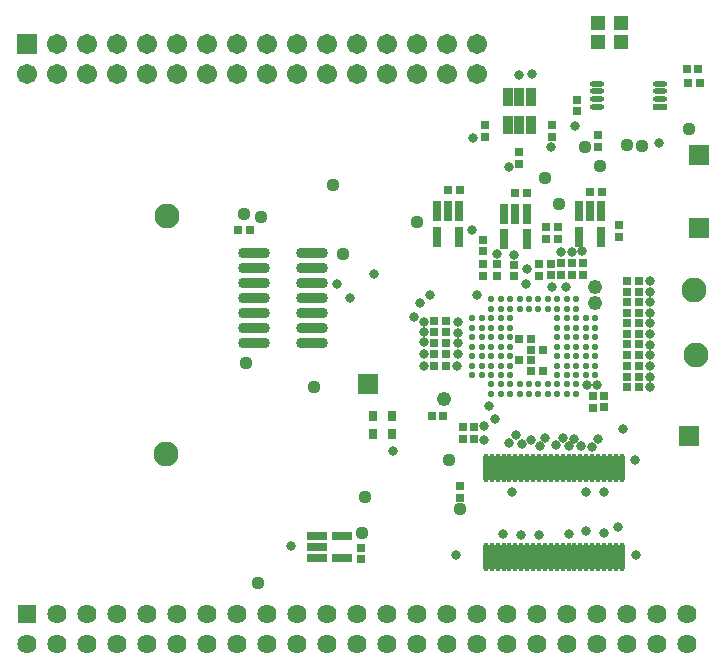
<source format=gts>
G04 Layer_Color=8388736*
%FSLAX25Y25*%
%MOIN*%
G70*
G01*
G75*
%ADD11R,0.02600X0.03300*%
%ADD64C,0.02200*%
%ADD90O,0.10642X0.03556*%
%ADD91R,0.02769X0.03162*%
%ADD92R,0.03162X0.02769*%
%ADD93R,0.04737X0.04737*%
%ADD94R,0.03556X0.05918*%
%ADD95R,0.02965X0.06509*%
%ADD96R,0.02965X0.06509*%
%ADD97O,0.01784X0.09509*%
%ADD98R,0.06509X0.02965*%
%ADD99R,0.06509X0.02965*%
%ADD100O,0.04737X0.01981*%
%ADD101R,0.04737X0.01981*%
%ADD102C,0.06400*%
%ADD103R,0.06400X0.06400*%
%ADD104C,0.04800*%
%ADD105C,0.06706*%
%ADD106R,0.06706X0.06706*%
%ADD107C,0.08300*%
%ADD108C,0.03200*%
%ADD109C,0.04400*%
D11*
X127250Y87450D02*
D03*
X133550D02*
D03*
X127250Y81350D02*
D03*
X133550D02*
D03*
D64*
X194961Y94803D02*
D03*
X166614Y126299D02*
D03*
X169764D02*
D03*
X172913D02*
D03*
X176063D02*
D03*
X179213D02*
D03*
X182362D02*
D03*
X185512D02*
D03*
X188661D02*
D03*
X191811D02*
D03*
X194961D02*
D03*
X166614Y123150D02*
D03*
X169764D02*
D03*
X172913D02*
D03*
X176063D02*
D03*
X179213D02*
D03*
X182362D02*
D03*
X185512D02*
D03*
X188661D02*
D03*
X191811D02*
D03*
X194961D02*
D03*
X160315Y120000D02*
D03*
X163465D02*
D03*
X166614D02*
D03*
X169764D02*
D03*
X172913D02*
D03*
X188661D02*
D03*
X191811D02*
D03*
X194961D02*
D03*
X198110D02*
D03*
X201260D02*
D03*
X160315Y116850D02*
D03*
X163465D02*
D03*
X166614D02*
D03*
X169764D02*
D03*
X172913D02*
D03*
X188661D02*
D03*
X191811D02*
D03*
X194961D02*
D03*
X198110D02*
D03*
X201260D02*
D03*
X160315Y113701D02*
D03*
X163465D02*
D03*
X166614D02*
D03*
X169764D02*
D03*
X172913D02*
D03*
X188661D02*
D03*
X191811D02*
D03*
X194961D02*
D03*
X198110D02*
D03*
X201260D02*
D03*
X160315Y110551D02*
D03*
X163465D02*
D03*
X166614D02*
D03*
X169764D02*
D03*
X172913D02*
D03*
X188661D02*
D03*
X191811D02*
D03*
X194961D02*
D03*
X198110D02*
D03*
X201260D02*
D03*
X160315Y107402D02*
D03*
X163465D02*
D03*
X166614D02*
D03*
X169764D02*
D03*
X172913D02*
D03*
X188661D02*
D03*
X191811D02*
D03*
X194961D02*
D03*
X198110D02*
D03*
X201260D02*
D03*
X160315Y104252D02*
D03*
X163465D02*
D03*
X166614D02*
D03*
X169764D02*
D03*
X172913D02*
D03*
X188661D02*
D03*
X191811D02*
D03*
X194961D02*
D03*
X198110D02*
D03*
X201260D02*
D03*
X160315Y101102D02*
D03*
X163465D02*
D03*
X166614D02*
D03*
X169764D02*
D03*
X172913D02*
D03*
X188661D02*
D03*
X191811D02*
D03*
X194961D02*
D03*
X198110D02*
D03*
X201260D02*
D03*
X166614Y97953D02*
D03*
X169764D02*
D03*
X172913D02*
D03*
X176063D02*
D03*
X179213D02*
D03*
X182362D02*
D03*
X185512D02*
D03*
X188661D02*
D03*
X191811D02*
D03*
X194961D02*
D03*
X166614Y94803D02*
D03*
X169764D02*
D03*
X172913D02*
D03*
X176063D02*
D03*
X179213D02*
D03*
X182362D02*
D03*
X185512D02*
D03*
X188661D02*
D03*
X191811D02*
D03*
D90*
X106846Y111900D02*
D03*
Y116900D02*
D03*
Y121900D02*
D03*
Y126900D02*
D03*
Y131900D02*
D03*
Y136900D02*
D03*
Y141900D02*
D03*
X87554Y111900D02*
D03*
Y116900D02*
D03*
Y121900D02*
D03*
Y126900D02*
D03*
Y131900D02*
D03*
Y136900D02*
D03*
Y141900D02*
D03*
D91*
X189000Y146531D02*
D03*
Y150469D02*
D03*
X209322Y147071D02*
D03*
Y151008D02*
D03*
X185000Y146531D02*
D03*
Y150469D02*
D03*
X163976Y142323D02*
D03*
Y146260D02*
D03*
X190030Y134472D02*
D03*
Y138409D02*
D03*
X193574Y134472D02*
D03*
Y138409D02*
D03*
X182638Y134213D02*
D03*
Y138150D02*
D03*
X186417Y134331D02*
D03*
Y138268D02*
D03*
X174252Y133976D02*
D03*
Y137913D02*
D03*
X168543Y134095D02*
D03*
Y138031D02*
D03*
X163898Y134016D02*
D03*
Y137953D02*
D03*
X160897Y79748D02*
D03*
Y83685D02*
D03*
X157353Y79748D02*
D03*
Y83685D02*
D03*
X156172Y60063D02*
D03*
Y64000D02*
D03*
X200400Y90232D02*
D03*
Y94169D02*
D03*
X204095Y90332D02*
D03*
Y94269D02*
D03*
X197117Y134472D02*
D03*
Y138409D02*
D03*
X195158Y188965D02*
D03*
Y192902D02*
D03*
X164606Y180512D02*
D03*
Y184449D02*
D03*
X175984Y171496D02*
D03*
Y175433D02*
D03*
X187008Y180394D02*
D03*
Y184331D02*
D03*
X202244Y177154D02*
D03*
Y181091D02*
D03*
X123367Y39654D02*
D03*
Y43591D02*
D03*
D92*
X199479Y162031D02*
D03*
X203416D02*
D03*
X174676Y161638D02*
D03*
X178613D02*
D03*
X152235Y162819D02*
D03*
X156172D02*
D03*
X211850Y118307D02*
D03*
X215787D02*
D03*
X211850Y114764D02*
D03*
X215787D02*
D03*
X211850Y128937D02*
D03*
X215787D02*
D03*
X211850Y132480D02*
D03*
X215787D02*
D03*
X211850Y121850D02*
D03*
X215787D02*
D03*
X211850Y125394D02*
D03*
X215787D02*
D03*
X211850Y104134D02*
D03*
X215787D02*
D03*
X211850Y100591D02*
D03*
X215787D02*
D03*
X211850Y107677D02*
D03*
X215787D02*
D03*
X211932Y111343D02*
D03*
X215869D02*
D03*
X147677Y104213D02*
D03*
X151614D02*
D03*
X147559Y107992D02*
D03*
X151496D02*
D03*
X147598Y115551D02*
D03*
X151535D02*
D03*
X147598Y111890D02*
D03*
X151535D02*
D03*
X179803Y102598D02*
D03*
X183740D02*
D03*
X179803Y109606D02*
D03*
X183740D02*
D03*
X175866Y105984D02*
D03*
X179803D02*
D03*
X175906Y113228D02*
D03*
X179842D02*
D03*
X147559Y119055D02*
D03*
X151496D02*
D03*
X211850Y97047D02*
D03*
X215787D02*
D03*
X231772Y203138D02*
D03*
X235709D02*
D03*
X232166Y198414D02*
D03*
X236103D02*
D03*
X146732Y87283D02*
D03*
X150669D02*
D03*
X82156Y149299D02*
D03*
X86093D02*
D03*
D93*
X209922Y212154D02*
D03*
Y218454D02*
D03*
X202059Y212091D02*
D03*
Y218390D02*
D03*
D94*
X172244Y193858D02*
D03*
X175984Y184409D02*
D03*
X172244D02*
D03*
X179724D02*
D03*
X175984Y193858D02*
D03*
X179724D02*
D03*
D95*
X195739Y147169D02*
D03*
X199479Y155634D02*
D03*
X195739D02*
D03*
X203219Y147169D02*
D03*
X170905Y146437D02*
D03*
X174646Y154902D02*
D03*
X170905D02*
D03*
X178386Y146437D02*
D03*
X148495Y147169D02*
D03*
X152235Y155634D02*
D03*
X148495D02*
D03*
X155975Y147169D02*
D03*
D96*
X203219Y155634D02*
D03*
X178386Y154902D02*
D03*
X155975Y155634D02*
D03*
D97*
X170739Y40559D02*
D03*
X168771D02*
D03*
X174676D02*
D03*
X172707D02*
D03*
X166802D02*
D03*
X164833D02*
D03*
X180581D02*
D03*
X178613D02*
D03*
X176645D02*
D03*
X184519D02*
D03*
X182550D02*
D03*
X164833Y70224D02*
D03*
X168771D02*
D03*
X166802D02*
D03*
X172707D02*
D03*
X170739D02*
D03*
X176645D02*
D03*
X174676D02*
D03*
X178613D02*
D03*
X184519D02*
D03*
X180581D02*
D03*
X182550D02*
D03*
X196330Y40559D02*
D03*
X194361D02*
D03*
X200267D02*
D03*
X198298D02*
D03*
X188456D02*
D03*
X186487D02*
D03*
X192393D02*
D03*
X190424D02*
D03*
X204204D02*
D03*
X202235D02*
D03*
X208141D02*
D03*
X206172D02*
D03*
X210109D02*
D03*
X186487Y70224D02*
D03*
X190424D02*
D03*
X188456D02*
D03*
X194361D02*
D03*
X192393D02*
D03*
X198298D02*
D03*
X196330D02*
D03*
X204204D02*
D03*
X202235D02*
D03*
X200267D02*
D03*
X210109D02*
D03*
X206172D02*
D03*
X208141D02*
D03*
D98*
X108426Y43804D02*
D03*
Y40064D02*
D03*
X116891D02*
D03*
Y47544D02*
D03*
D99*
X108426Y47544D02*
D03*
D100*
X201740Y198277D02*
D03*
Y195718D02*
D03*
Y193159D02*
D03*
Y190600D02*
D03*
X223000Y198277D02*
D03*
Y195718D02*
D03*
Y193159D02*
D03*
D101*
Y190600D02*
D03*
D102*
X22000Y11300D02*
D03*
Y21300D02*
D03*
X112000Y11300D02*
D03*
X122000Y21300D02*
D03*
X112000D02*
D03*
X222000D02*
D03*
X232000Y11300D02*
D03*
X192000Y21300D02*
D03*
X122000Y11300D02*
D03*
X132000Y21300D02*
D03*
X102000Y11300D02*
D03*
X32000D02*
D03*
Y21300D02*
D03*
X162000Y11300D02*
D03*
Y21300D02*
D03*
X172000D02*
D03*
X182000D02*
D03*
X172000Y11300D02*
D03*
X182000D02*
D03*
X192000D02*
D03*
X202000D02*
D03*
Y21300D02*
D03*
X212000Y11300D02*
D03*
Y21300D02*
D03*
X222000Y11300D02*
D03*
X232000Y21300D02*
D03*
X152000Y11300D02*
D03*
Y21300D02*
D03*
X142000D02*
D03*
Y11300D02*
D03*
X52000D02*
D03*
X42000D02*
D03*
Y21300D02*
D03*
X52000D02*
D03*
X132000Y11300D02*
D03*
X92000D02*
D03*
X72000Y21300D02*
D03*
X102000D02*
D03*
X62000Y11300D02*
D03*
X72000D02*
D03*
X62000Y21300D02*
D03*
X82000D02*
D03*
Y11300D02*
D03*
X92000Y21300D02*
D03*
X12000Y11300D02*
D03*
D103*
Y21300D02*
D03*
D104*
X201102Y125000D02*
D03*
X150748Y93228D02*
D03*
X201142Y130354D02*
D03*
D105*
X162000Y201297D02*
D03*
Y211297D02*
D03*
X152000Y201297D02*
D03*
Y211297D02*
D03*
X142000Y201297D02*
D03*
Y211297D02*
D03*
X132000Y201297D02*
D03*
Y211297D02*
D03*
X122000Y201297D02*
D03*
Y211297D02*
D03*
X112000Y201297D02*
D03*
Y211297D02*
D03*
X102000Y201297D02*
D03*
Y211297D02*
D03*
X92000Y201297D02*
D03*
Y211297D02*
D03*
X82000Y201297D02*
D03*
Y211297D02*
D03*
X72000Y201297D02*
D03*
Y211297D02*
D03*
X62000Y201297D02*
D03*
Y211297D02*
D03*
X52000Y201297D02*
D03*
Y211297D02*
D03*
X42000Y201297D02*
D03*
Y211297D02*
D03*
X32000Y201297D02*
D03*
Y211297D02*
D03*
X22000Y201297D02*
D03*
Y211297D02*
D03*
X12000Y201297D02*
D03*
D106*
Y211297D02*
D03*
X125630Y98150D02*
D03*
X232400Y80700D02*
D03*
X235900Y174300D02*
D03*
Y150000D02*
D03*
D107*
X58280Y74630D02*
D03*
X234080Y129430D02*
D03*
X234980Y107730D02*
D03*
X58480Y154130D02*
D03*
D108*
X210600Y83200D02*
D03*
X219443Y132480D02*
D03*
Y125394D02*
D03*
X214600Y72900D02*
D03*
X204204Y62100D02*
D03*
X208800Y50300D02*
D03*
X172700Y78300D02*
D03*
X174800Y81000D02*
D03*
X176900Y78100D02*
D03*
X184700Y80000D02*
D03*
X127700Y134700D02*
D03*
X133750Y75682D02*
D03*
X178520Y136500D02*
D03*
X188100Y77800D02*
D03*
X192393Y77391D02*
D03*
X190700Y80000D02*
D03*
X196600Y77400D02*
D03*
X202235Y79800D02*
D03*
X194300Y79748D02*
D03*
X200135Y77200D02*
D03*
X198080Y62031D02*
D03*
X201900Y97700D02*
D03*
X198400Y97613D02*
D03*
X191693Y130591D02*
D03*
X186969D02*
D03*
X180300Y201297D02*
D03*
X160600Y180200D02*
D03*
X172700Y170300D02*
D03*
X186600Y177154D02*
D03*
X170700Y48200D02*
D03*
X176645Y47745D02*
D03*
X198298Y48963D02*
D03*
X144370Y104252D02*
D03*
X197008Y142362D02*
D03*
X193465Y142165D02*
D03*
X189803D02*
D03*
X168504Y141425D02*
D03*
X174252Y141024D02*
D03*
X160197Y149291D02*
D03*
X178071Y131575D02*
D03*
X146181Y127717D02*
D03*
X161811D02*
D03*
X175984Y201024D02*
D03*
X164331Y79331D02*
D03*
X192393Y48237D02*
D03*
X182550Y47904D02*
D03*
X204095Y48583D02*
D03*
X100039Y44094D02*
D03*
X194528Y184016D02*
D03*
X222520Y178532D02*
D03*
X165791Y90828D02*
D03*
X168032Y86339D02*
D03*
X119558Y126858D02*
D03*
X115227Y131582D02*
D03*
X219443Y121850D02*
D03*
Y118307D02*
D03*
Y111221D02*
D03*
X173630Y62031D02*
D03*
X219443Y104134D02*
D03*
Y107677D02*
D03*
Y97047D02*
D03*
Y100591D02*
D03*
Y128937D02*
D03*
Y114764D02*
D03*
X214833Y41165D02*
D03*
X154991Y41165D02*
D03*
X155421Y108003D02*
D03*
X182800Y77300D02*
D03*
X179842Y79500D02*
D03*
X164173Y84252D02*
D03*
X142835Y125157D02*
D03*
X144370Y108189D02*
D03*
Y112008D02*
D03*
X155511Y118869D02*
D03*
X140787Y120346D02*
D03*
X155521Y115211D02*
D03*
X155532Y111911D02*
D03*
X155300Y104134D02*
D03*
X144370Y118858D02*
D03*
Y115512D02*
D03*
D109*
X156102Y56417D02*
D03*
X89724Y153740D02*
D03*
X89016Y31653D02*
D03*
X232638Y182992D02*
D03*
X197823Y177154D02*
D03*
X113819Y164370D02*
D03*
X107609Y97004D02*
D03*
X152629Y72661D02*
D03*
X189243Y158094D02*
D03*
X141999Y152189D02*
D03*
X184519Y166756D02*
D03*
X117196Y141425D02*
D03*
X84912Y105204D02*
D03*
X124563Y60583D02*
D03*
X123389Y48364D02*
D03*
X203013Y170625D02*
D03*
X211741Y177639D02*
D03*
X216885Y177483D02*
D03*
X84244Y154690D02*
D03*
M02*

</source>
